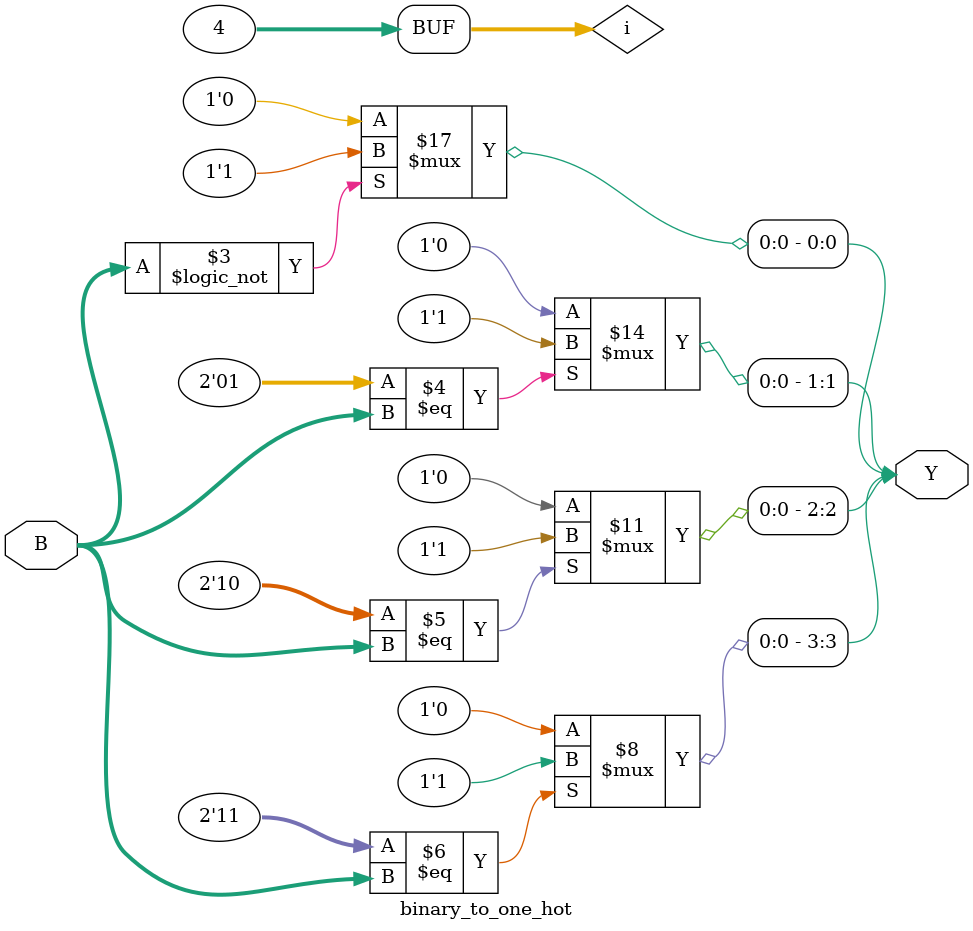
<source format=v>
module binary_to_one_hot(B, Y);
parameter N = 2;
input [N-1:0] B ;
output reg [2**N-1:0] Y;
integer i;
always @(*) begin
        Y = 1'b0;
        for(i = 0; i < 2**N; i=i+1)
        begin
                if (i == B)
                        Y[i] = 1'b1;
        end
end
endmodule

</source>
